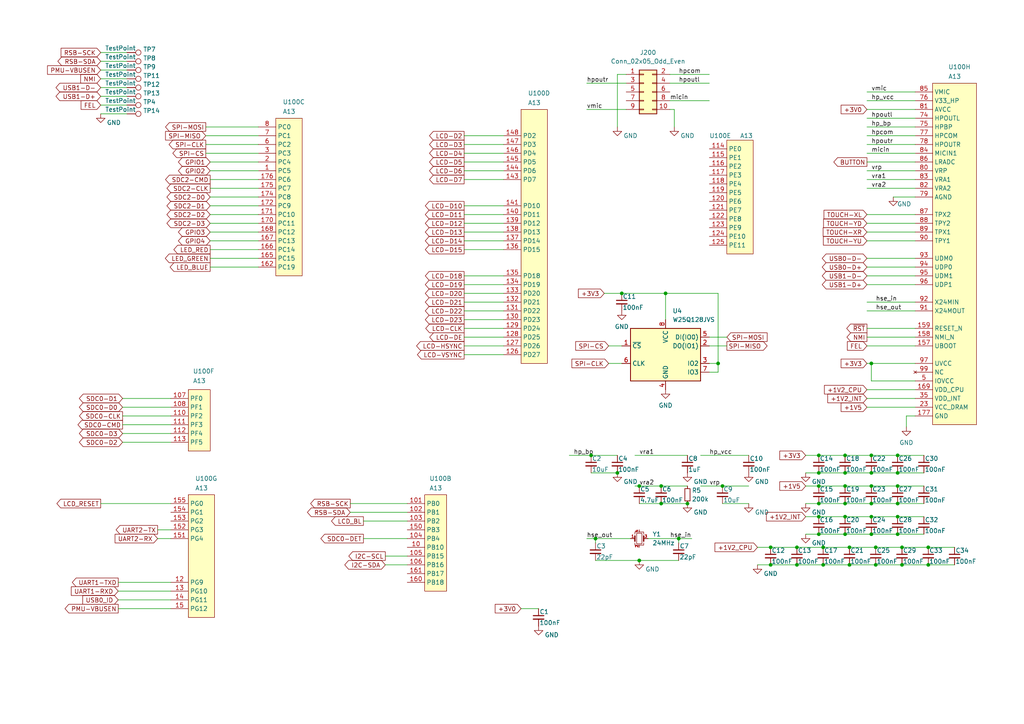
<source format=kicad_sch>
(kicad_sch (version 20250114) (generator "eeschema") (generator_version "9.0")
  (paper "A4")
  (junction (at 237.49 132.08) (diameter 0.9144))
  (junction (at 252.73 154.94) (diameter 0.9144))
  (junction (at 260.35 140.97) (diameter 0.9144))
  (junction (at 245.11 149.86) (diameter 0.9144))
  (junction (at 254 158.75) (diameter 0.9144))
  (junction (at 237.49 146.05) (diameter 0.9144))
  (junction (at 252.73 146.05) (diameter 0.9144))
  (junction (at 252.73 140.97) (diameter 0.9144))
  (junction (at 245.11 154.94) (diameter 0.9144))
  (junction (at 237.49 137.16) (diameter 0.9144))
  (junction (at 223.52 158.75) (diameter 0.9144))
  (junction (at 260.35 146.05) (diameter 0.9144))
  (junction (at 245.11 146.05) (diameter 0.9144))
  (junction (at 245.11 132.08) (diameter 0.9144))
  (junction (at 254 163.83) (diameter 0.9144))
  (junction (at 185.42 162.56) (diameter 0.9144))
  (junction (at 172.72 156.21) (diameter 0.9144))
  (junction (at 231.14 158.75) (diameter 0.9144))
  (junction (at 260.35 137.16))
  (junction (at 245.11 140.97) (diameter 0.9144))
  (junction (at 238.76 163.83) (diameter 0.9144))
  (junction (at 196.85 156.21) (diameter 0.9144))
  (junction (at 179.07 137.16))
  (junction (at 261.62 158.75) (diameter 0.9144))
  (junction (at 237.49 149.86) (diameter 0.9144))
  (junction (at 193.04 85.09))
  (junction (at 237.49 154.94) (diameter 0.9144))
  (junction (at 246.38 158.75) (diameter 0.9144))
  (junction (at 185.42 140.97))
  (junction (at 191.77 140.97))
  (junction (at 191.77 146.05))
  (junction (at 246.38 163.83) (diameter 0.9144))
  (junction (at 260.35 149.86) (diameter 0.9144))
  (junction (at 269.24 163.83) (diameter 0.9144))
  (junction (at 209.55 140.97))
  (junction (at 237.49 140.97) (diameter 0.9144))
  (junction (at 199.39 146.05))
  (junction (at 252.73 149.86) (diameter 0.9144))
  (junction (at 252.73 132.08) (diameter 0.9144))
  (junction (at 238.76 158.75) (diameter 0.9144))
  (junction (at 208.28 105.41))
  (junction (at 245.11 137.16) (diameter 0.9144))
  (junction (at 252.73 105.41))
  (junction (at 171.45 132.08))
  (junction (at 223.52 163.83) (diameter 0.9144))
  (junction (at 260.35 154.94) (diameter 0.9144))
  (junction (at 252.73 137.16) (diameter 0.9144))
  (junction (at 180.34 85.09))
  (junction (at 261.62 163.83) (diameter 0.9144))
  (junction (at 260.35 132.08))
  (junction (at 269.24 158.75) (diameter 0.9144))
  (junction (at 231.14 163.83) (diameter 0.9144))
  (wire (pts (xy 59.69 44.45) (xy 74.93 44.45)))
  (wire (pts (xy 194.31 31.75) (xy 195.58 31.75)))
  (wire (pts (xy 172.72 156.21) (xy 182.88 156.21)))
  (wire (pts (xy 203.2 140.97) (xy 209.55 140.97)))
  (wire (pts (xy 60.96 62.23) (xy 74.93 62.23)))
  (wire (pts (xy 260.35 146.05) (xy 267.97 146.05)))
  (wire (pts (xy 245.11 137.16) (xy 252.73 137.16)))
  (wire (pts (xy 251.46 113.03) (xy 265.43 113.03)))
  (wire (pts (xy 251.46 118.11) (xy 265.43 118.11)))
  (wire (pts (xy 231.14 158.75) (xy 238.76 158.75)))
  (wire (pts (xy 219.71 163.83) (xy 223.52 163.83)))
  (wire (pts (xy 252.73 110.49) (xy 265.43 110.49)))
  (wire (pts (xy 29.21 20.32) (xy 36.83 20.32)))
  (wire (pts (xy 134.62 87.63) (xy 146.05 87.63)))
  (wire (pts (xy 60.96 74.93) (xy 74.93 74.93)))
  (wire (pts (xy 208.28 85.09) (xy 193.04 85.09)))
  (wire (pts (xy 29.21 22.86) (xy 36.83 22.86)))
  (wire (pts (xy 165.1 132.08) (xy 171.45 132.08)))
  (wire (pts (xy 252.73 146.05) (xy 260.35 146.05)))
  (wire (pts (xy 251.46 87.63) (xy 265.43 87.63)))
  (wire (pts (xy 193.04 92.71) (xy 193.04 85.09)))
  (wire (pts (xy 134.62 72.39) (xy 146.05 72.39)))
  (wire (pts (xy 254 158.75) (xy 261.62 158.75)))
  (wire (pts (xy 172.72 162.56) (xy 185.42 162.56)))
  (wire (pts (xy 111.76 161.29) (xy 118.11 161.29)))
  (wire (pts (xy 187.96 156.21) (xy 196.85 156.21)))
  (wire (pts (xy 194.31 21.59) (xy 205.74 21.59)))
  (wire (pts (xy 134.62 62.23) (xy 146.05 62.23)))
  (wire (pts (xy 45.72 153.67) (xy 49.53 153.67)))
  (wire (pts (xy 60.96 67.31) (xy 74.93 67.31)))
  (wire (pts (xy 246.38 163.83) (xy 254 163.83)))
  (wire (pts (xy 237.49 132.08) (xy 245.11 132.08)))
  (wire (pts (xy 185.42 146.05) (xy 191.77 146.05)))
  (wire (pts (xy 251.46 26.67) (xy 265.43 26.67)))
  (wire (pts (xy 134.62 49.53) (xy 146.05 49.53)))
  (wire (pts (xy 60.96 57.15) (xy 74.93 57.15)))
  (wire (pts (xy 134.62 67.31) (xy 146.05 67.31)))
  (wire (pts (xy 252.73 132.08) (xy 260.35 132.08)))
  (wire (pts (xy 262.89 120.65) (xy 265.43 120.65)))
  (wire (pts (xy 251.46 62.23) (xy 265.43 62.23)))
  (wire (pts (xy 195.58 31.75) (xy 195.58 36.83)))
  (wire (pts (xy 251.46 105.41) (xy 252.73 105.41)))
  (wire (pts (xy 29.21 25.4) (xy 36.83 25.4)))
  (wire (pts (xy 134.62 69.85) (xy 146.05 69.85)))
  (wire (pts (xy 134.62 46.99) (xy 146.05 46.99)))
  (wire (pts (xy 260.35 140.97) (xy 267.97 140.97)))
  (wire (pts (xy 101.6 146.05) (xy 118.11 146.05)))
  (wire (pts (xy 245.11 140.97) (xy 252.73 140.97)))
  (wire (pts (xy 260.35 137.16) (xy 267.97 137.16)))
  (wire (pts (xy 60.96 54.61) (xy 74.93 54.61)))
  (wire (pts (xy 251.46 74.93) (xy 265.43 74.93)))
  (wire (pts (xy 246.38 158.75) (xy 254 158.75)))
  (wire (pts (xy 219.71 158.75) (xy 223.52 158.75)))
  (wire (pts (xy 223.52 163.83) (xy 231.14 163.83)))
  (wire (pts (xy 251.46 82.55) (xy 265.43 82.55)))
  (wire (pts (xy 184.15 140.97) (xy 185.42 140.97)))
  (wire (pts (xy 60.96 72.39) (xy 74.93 72.39)))
  (wire (pts (xy 245.11 132.08) (xy 252.73 132.08)))
  (wire (pts (xy 134.62 85.09) (xy 146.05 85.09)))
  (wire (pts (xy 245.11 154.94) (xy 252.73 154.94)))
  (wire (pts (xy 259.08 57.15) (xy 265.43 57.15)))
  (wire (pts (xy 101.6 148.59) (xy 118.11 148.59)))
  (wire (pts (xy 261.62 163.83) (xy 269.24 163.83)))
  (wire (pts (xy 134.62 82.55) (xy 146.05 82.55)))
  (wire (pts (xy 251.46 100.33) (xy 265.43 100.33)))
  (wire (pts (xy 254 163.83) (xy 261.62 163.83)))
  (wire (pts (xy 205.74 105.41) (xy 208.28 105.41)))
  (wire (pts (xy 35.56 115.57) (xy 49.53 115.57)))
  (wire (pts (xy 60.96 64.77) (xy 74.93 64.77)))
  (wire (pts (xy 251.46 64.77) (xy 265.43 64.77)))
  (wire (pts (xy 185.42 140.97) (xy 191.77 140.97)))
  (wire (pts (xy 251.46 34.29) (xy 265.43 34.29)))
  (wire (pts (xy 251.46 67.31) (xy 265.43 67.31)))
  (wire (pts (xy 111.76 163.83) (xy 118.11 163.83)))
  (wire (pts (xy 60.96 69.85) (xy 74.93 69.85)))
  (wire (pts (xy 134.62 92.71) (xy 146.05 92.71)))
  (wire (pts (xy 59.69 41.91) (xy 74.93 41.91)))
  (wire (pts (xy 251.46 39.37) (xy 265.43 39.37)))
  (wire (pts (xy 245.11 149.86) (xy 252.73 149.86)))
  (wire (pts (xy 209.55 146.05) (xy 217.17 146.05)))
  (wire (pts (xy 251.46 115.57) (xy 265.43 115.57)))
  (wire (pts (xy 252.73 149.86) (xy 260.35 149.86)))
  (wire (pts (xy 35.56 120.65) (xy 49.53 120.65)))
  (wire (pts (xy 237.49 146.05) (xy 245.11 146.05)))
  (wire (pts (xy 29.21 30.48) (xy 36.83 30.48)))
  (wire (pts (xy 238.76 163.83) (xy 246.38 163.83)))
  (wire (pts (xy 251.46 29.21) (xy 265.43 29.21)))
  (wire (pts (xy 208.28 105.41) (xy 208.28 85.09)))
  (wire (pts (xy 251.46 36.83) (xy 265.43 36.83)))
  (wire (pts (xy 269.24 163.83) (xy 276.86 163.83)))
  (wire (pts (xy 233.68 137.16) (xy 237.49 137.16)))
  (wire (pts (xy 105.41 156.21) (xy 118.11 156.21)))
  (wire (pts (xy 171.45 137.16) (xy 179.07 137.16)))
  (wire (pts (xy 233.68 132.08) (xy 237.49 132.08)))
  (wire (pts (xy 60.96 46.99) (xy 74.93 46.99)))
  (wire (pts (xy 251.46 41.91) (xy 265.43 41.91)))
  (wire (pts (xy 29.21 15.24) (xy 36.83 15.24)))
  (wire (pts (xy 60.96 52.07) (xy 74.93 52.07)))
  (wire (pts (xy 34.29 173.99) (xy 49.53 173.99)))
  (wire (pts (xy 237.49 137.16) (xy 245.11 137.16)))
  (wire (pts (xy 194.31 29.21) (xy 205.74 29.21)))
  (wire (pts (xy 251.46 90.17) (xy 265.43 90.17)))
  (wire (pts (xy 251.46 69.85) (xy 265.43 69.85)))
  (wire (pts (xy 251.46 97.79) (xy 265.43 97.79)))
  (wire (pts (xy 261.62 158.75) (xy 269.24 158.75)))
  (wire (pts (xy 45.72 156.21) (xy 49.53 156.21)))
  (wire (pts (xy 29.21 33.02) (xy 36.83 33.02)))
  (wire (pts (xy 251.46 46.99) (xy 265.43 46.99)))
  (wire (pts (xy 237.49 149.86) (xy 245.11 149.86)))
  (wire (pts (xy 251.46 52.07) (xy 265.43 52.07)))
  (wire (pts (xy 170.18 31.75) (xy 181.61 31.75)))
  (wire (pts (xy 196.85 156.21) (xy 200.66 156.21)))
  (wire (pts (xy 60.96 49.53) (xy 74.93 49.53)))
  (wire (pts (xy 105.41 151.13) (xy 118.11 151.13)))
  (wire (pts (xy 29.21 27.94) (xy 36.83 27.94)))
  (wire (pts (xy 191.77 146.05) (xy 199.39 146.05)))
  (wire (pts (xy 260.35 149.86) (xy 267.97 149.86)))
  (wire (pts (xy 175.26 85.09) (xy 180.34 85.09)))
  (wire (pts (xy 237.49 140.97) (xy 245.11 140.97)))
  (wire (pts (xy 251.46 95.25) (xy 265.43 95.25)))
  (wire (pts (xy 180.34 85.09) (xy 193.04 85.09)))
  (wire (pts (xy 237.49 154.94) (xy 245.11 154.94)))
  (wire (pts (xy 134.62 64.77) (xy 146.05 64.77)))
  (wire (pts (xy 269.24 158.75) (xy 276.86 158.75)))
  (wire (pts (xy 170.18 156.21) (xy 172.72 156.21)))
  (wire (pts (xy 251.46 54.61) (xy 265.43 54.61)))
  (wire (pts (xy 179.07 21.59) (xy 179.07 36.83)))
  (wire (pts (xy 134.62 44.45) (xy 146.05 44.45)))
  (wire (pts (xy 194.31 24.13) (xy 205.74 24.13)))
  (wire (pts (xy 171.45 132.08) (xy 179.07 132.08)))
  (wire (pts (xy 251.46 80.01) (xy 265.43 80.01)))
  (wire (pts (xy 176.53 105.41) (xy 180.34 105.41)))
  (wire (pts (xy 60.96 77.47) (xy 74.93 77.47)))
  (wire (pts (xy 251.46 31.75) (xy 265.43 31.75)))
  (wire (pts (xy 134.62 52.07) (xy 146.05 52.07)))
  (wire (pts (xy 191.77 140.97) (xy 199.39 140.97)))
  (wire (pts (xy 196.85 157.48) (xy 196.85 156.21)))
  (wire (pts (xy 205.74 100.33) (xy 210.82 100.33)))
  (wire (pts (xy 205.74 97.79) (xy 210.82 97.79)))
  (wire (pts (xy 252.73 105.41) (xy 252.73 110.49)))
  (wire (pts (xy 134.62 39.37) (xy 146.05 39.37)))
  (wire (pts (xy 59.69 36.83) (xy 74.93 36.83)))
  (wire (pts (xy 252.73 137.16) (xy 260.35 137.16)))
  (wire (pts (xy 34.29 171.45) (xy 49.53 171.45)))
  (wire (pts (xy 176.53 100.33) (xy 180.34 100.33)))
  (wire (pts (xy 134.62 97.79) (xy 146.05 97.79)))
  (wire (pts (xy 172.72 156.21) (xy 172.72 157.48)))
  (wire (pts (xy 251.46 77.47) (xy 265.43 77.47)))
  (wire (pts (xy 35.56 123.19) (xy 49.53 123.19)))
  (wire (pts (xy 252.73 140.97) (xy 260.35 140.97)))
  (wire (pts (xy 184.15 132.08) (xy 199.39 132.08)))
  (wire (pts (xy 260.35 154.94) (xy 267.97 154.94)))
  (wire (pts (xy 252.73 154.94) (xy 260.35 154.94)))
  (wire (pts (xy 134.62 102.87) (xy 146.05 102.87)))
  (wire (pts (xy 134.62 90.17) (xy 146.05 90.17)))
  (wire (pts (xy 185.42 162.56) (xy 196.85 162.56)))
  (wire (pts (xy 203.2 132.08) (xy 217.17 132.08)))
  (wire (pts (xy 35.56 125.73) (xy 49.53 125.73)))
  (wire (pts (xy 181.61 21.59) (xy 179.07 21.59)))
  (wire (pts (xy 170.18 24.13) (xy 181.61 24.13)))
  (wire (pts (xy 233.68 154.94) (xy 237.49 154.94)))
  (wire (pts (xy 134.62 80.01) (xy 146.05 80.01)))
  (wire (pts (xy 60.96 59.69) (xy 74.93 59.69)))
  (wire (pts (xy 151.13 176.53) (xy 156.21 176.53)))
  (wire (pts (xy 35.56 128.27) (xy 49.53 128.27)))
  (wire (pts (xy 245.11 146.05) (xy 252.73 146.05)))
  (wire (pts (xy 29.21 17.78) (xy 36.83 17.78)))
  (wire (pts (xy 34.29 176.53) (xy 49.53 176.53)))
  (wire (pts (xy 251.46 49.53) (xy 265.43 49.53)))
  (wire (pts (xy 134.62 59.69) (xy 146.05 59.69)))
  (wire (pts (xy 205.74 107.95) (xy 208.28 107.95)))
  (wire (pts (xy 252.73 105.41) (xy 265.43 105.41)))
  (wire (pts (xy 233.68 149.86) (xy 237.49 149.86)))
  (wire (pts (xy 260.35 132.08) (xy 267.97 132.08)))
  (wire (pts (xy 134.62 100.33) (xy 146.05 100.33)))
  (wire (pts (xy 251.46 44.45) (xy 265.43 44.45)))
  (wire (pts (xy 262.89 120.65) (xy 262.89 123.825)))
  (wire (pts (xy 35.56 118.11) (xy 49.53 118.11)))
  (wire (pts (xy 134.62 95.25) (xy 146.05 95.25)))
  (wire (pts (xy 59.69 39.37) (xy 74.93 39.37)))
  (wire (pts (xy 233.68 140.97) (xy 237.49 140.97)))
  (wire (pts (xy 231.14 163.83) (xy 238.76 163.83)))
  (wire (pts (xy 29.21 146.05) (xy 49.53 146.05)))
  (wire (pts (xy 209.55 140.97) (xy 217.17 140.97)))
  (wire (pts (xy 233.68 146.05) (xy 237.49 146.05)))
  (wire (pts (xy 238.76 158.75) (xy 246.38 158.75)))
  (wire (pts (xy 208.28 107.95) (xy 208.28 105.41)))
  (wire (pts (xy 134.62 41.91) (xy 146.05 41.91)))
  (wire (pts (xy 223.52 158.75) (xy 231.14 158.75)))
  (wire (pts (xy 34.29 168.91) (xy 49.53 168.91)))
  (label "vra1" (at 252.73 52.07 0))
  (label "vrp" (at 252.73 49.53 0))
  (label "hp_vcc" (at 205.74 132.08 0))
  (label "hse_in" (at 194.31 156.21 0))
  (label "hse_in" (at 254 87.63 0))
  (label "micin" (at 194.31 29.21 0))
  (label "hpoutl" (at 196.85 24.13 0))
  (label "vmic" (at 170.18 31.75 0))
  (label "hpoutr" (at 170.18 24.13 0))
  (label "hp_bp" (at 166.37 132.08 0))
  (label "hp_vcc" (at 252.73 29.21 0))
  (label "hse_out" (at 170.18 156.21 0))
  (label "hpoutr" (at 252.73 41.91 0))
  (label "hse_out" (at 254 90.17 0))
  (label "hpoutl" (at 252.73 34.29 0))
  (label "vra1" (at 185.42 132.08 0))
  (label "vra2" (at 185.42 140.97 0))
  (label "vra2" (at 252.73 54.61 0))
  (label "hp_bp" (at 252.73 36.83 0))
  (label "hpcom" (at 252.73 39.37 0))
  (label "hpcom" (at 196.85 21.59 0))
  (label "vrp" (at 205.74 140.97 0))
  (label "vmic" (at 252.73 26.67 0))
  (label "micin" (at 252.73 44.45 0))
  (global_label "LCD-D18" (shape output) (at 134.62 80.01 180) (property "Intersheetrefs" "${INTERSHEET_REFS}" (effects (hide yes))))
  (global_label "+3V3" (shape input) (at 233.68 132.08 180) (property "Intersheetrefs" "${INTERSHEET_REFS}" (effects (hide yes))))
  (global_label "SDC2-CLK" (shape output) (at 60.96 54.61 180) (property "Intersheetrefs" "${INTERSHEET_REFS}" (effects (hide yes))))
  (global_label "LCD-D11" (shape output) (at 134.62 62.23 180) (property "Intersheetrefs" "${INTERSHEET_REFS}" (effects (hide yes))))
  (global_label "SPI-CS" (shape input) (at 176.53 100.33 180) (property "Intersheetrefs" "${INTERSHEET_REFS}" (effects (hide yes))))
  (global_label "UART1-RXD" (shape input) (at 34.29 171.45 180) (property "Intersheetrefs" "${INTERSHEET_REFS}" (effects (hide yes))))
  (global_label "USB0-D-" (shape bidirectional) (at 251.46 74.93 180) (property "Intersheetrefs" "${INTERSHEET_REFS}" (effects (hide yes))))
  (global_label "LCD-D15" (shape output) (at 134.62 72.39 180) (property "Intersheetrefs" "${INTERSHEET_REFS}" (effects (hide yes))))
  (global_label "LCD-D19" (shape output) (at 134.62 82.55 180) (property "Intersheetrefs" "${INTERSHEET_REFS}" (effects (hide yes))))
  (global_label "SDC0-D1" (shape bidirectional) (at 35.56 115.57 180) (property "Intersheetrefs" "${INTERSHEET_REFS}" (effects (hide yes))))
  (global_label "LCD-D13" (shape output) (at 134.62 67.31 180) (property "Intersheetrefs" "${INTERSHEET_REFS}" (effects (hide yes))))
  (global_label "LCD-DE" (shape output) (at 134.62 97.79 180) (property "Intersheetrefs" "${INTERSHEET_REFS}" (effects (hide yes))))
  (global_label "SDC2-D1" (shape bidirectional) (at 60.96 59.69 180) (property "Intersheetrefs" "${INTERSHEET_REFS}" (effects (hide yes))))
  (global_label "USB1-D-" (shape bidirectional) (at 251.46 80.01 180) (property "Intersheetrefs" "${INTERSHEET_REFS}" (effects (hide yes))))
  (global_label "LED_GREEN" (shape output) (at 60.96 74.93 180) (property "Intersheetrefs" "${INTERSHEET_REFS}" (effects (hide yes))))
  (global_label "LCD-CLK" (shape output) (at 134.62 95.25 180) (property "Intersheetrefs" "${INTERSHEET_REFS}" (effects (hide yes))))
  (global_label "+3V3" (shape input) (at 175.26 85.09 180) (property "Intersheetrefs" "${INTERSHEET_REFS}" (effects (hide yes))))
  (global_label "PMU-VBUSEN" (shape output) (at 34.29 176.53 180) (property "Intersheetrefs" "${INTERSHEET_REFS}" (effects (hide yes))))
  (global_label "+3V0" (shape input) (at 151.13 176.53 180) (property "Intersheetrefs" "${INTERSHEET_REFS}" (effects (hide yes))))
  (global_label "USB1-D+" (shape bidirectional) (at 251.46 82.55 180) (property "Intersheetrefs" "${INTERSHEET_REFS}" (effects (hide yes))))
  (global_label "LCD-D10" (shape output) (at 134.62 59.69 180) (property "Intersheetrefs" "${INTERSHEET_REFS}" (effects (hide yes))))
  (global_label "LCD-D12" (shape output) (at 134.62 64.77 180) (property "Intersheetrefs" "${INTERSHEET_REFS}" (effects (hide yes))))
  (global_label "SPI-CLK" (shape output) (at 59.69 41.91 180) (property "Intersheetrefs" "${INTERSHEET_REFS}" (effects (hide yes))))
  (global_label "TOUCH-XL" (shape input) (at 251.46 62.23 180) (property "Intersheetrefs" "${INTERSHEET_REFS}" (effects (hide yes))))
  (global_label "SDC0-CMD" (shape output) (at 35.56 123.19 180) (property "Intersheetrefs" "${INTERSHEET_REFS}" (effects (hide yes))))
  (global_label "+1V2_CPU" (shape input) (at 251.46 113.03 180) (property "Intersheetrefs" "${INTERSHEET_REFS}" (effects (hide yes))))
  (global_label "SDC0-D3" (shape bidirectional) (at 35.56 125.73 180) (property "Intersheetrefs" "${INTERSHEET_REFS}" (effects (hide yes))))
  (global_label "NMI" (shape input) (at 29.21 22.86 180) (property "Intersheetrefs" "${INTERSHEET_REFS}" (effects (hide yes))))
  (global_label "+1V5" (shape input) (at 251.46 118.11 180) (property "Intersheetrefs" "${INTERSHEET_REFS}" (effects (hide yes))))
  (global_label "LED_RED" (shape output) (at 60.96 72.39 180) (property "Intersheetrefs" "${INTERSHEET_REFS}" (effects (hide yes))))
  (global_label "LCD-D14" (shape output) (at 134.62 69.85 180) (property "Intersheetrefs" "${INTERSHEET_REFS}" (effects (hide yes))))
  (global_label "UART2-TX" (shape output) (at 45.72 153.67 180) (property "Intersheetrefs" "${INTERSHEET_REFS}" (effects (hide yes))))
  (global_label "TOUCH-YD" (shape input) (at 251.46 64.77 180) (property "Intersheetrefs" "${INTERSHEET_REFS}" (effects (hide yes))))
  (global_label "SDC2-D3" (shape bidirectional) (at 60.96 64.77 180) (property "Intersheetrefs" "${INTERSHEET_REFS}" (effects (hide yes))))
  (global_label "SPI-MOSI" (shape output) (at 59.69 36.83 180) (property "Intersheetrefs" "${INTERSHEET_REFS}" (effects (hide yes))))
  (global_label "LCD-D2" (shape output) (at 134.62 39.37 180) (property "Intersheetrefs" "${INTERSHEET_REFS}" (effects (hide yes))))
  (global_label "LCD_RESET" (shape output) (at 29.21 146.05 180) (property "Intersheetrefs" "${INTERSHEET_REFS}" (effects (hide yes))))
  (global_label "LCD-D22" (shape output) (at 134.62 90.17 180) (property "Intersheetrefs" "${INTERSHEET_REFS}" (effects (hide yes))))
  (global_label "~{RST}" (shape output) (at 251.46 95.25 180) (property "Intersheetrefs" "${INTERSHEET_REFS}" (effects (hide yes))))
  (global_label "LCD_BL" (shape output) (at 105.41 151.13 180) (property "Intersheetrefs" "${INTERSHEET_REFS}" (effects (hide yes))))
  (global_label "+1V2_INT" (shape input) (at 233.68 149.86 180) (property "Intersheetrefs" "${INTERSHEET_REFS}" (effects (hide yes))))
  (global_label "GPIO3" (shape bidirectional) (at 60.96 67.31 180) (property "Intersheetrefs" "${INTERSHEET_REFS}" (effects (hide yes))))
  (global_label "I2C-SCL" (shape output) (at 111.76 161.29 180) (property "Intersheetrefs" "${INTERSHEET_REFS}" (effects (hide yes))))
  (global_label "FEL" (shape input) (at 251.46 100.33 180) (property "Intersheetrefs" "${INTERSHEET_REFS}" (effects (hide yes))))
  (global_label "LCD-D3" (shape output) (at 134.62 41.91 180) (property "Intersheetrefs" "${INTERSHEET_REFS}" (effects (hide yes))))
  (global_label "LCD-D7" (shape output) (at 134.62 52.07 180) (property "Intersheetrefs" "${INTERSHEET_REFS}" (effects (hide yes))))
  (global_label "LCD-D23" (shape output) (at 134.62 92.71 180) (property "Intersheetrefs" "${INTERSHEET_REFS}" (effects (hide yes))))
  (global_label "SPI-MOSI" (shape input) (at 210.82 97.79 0) (property "Intersheetrefs" "${INTERSHEET_REFS}" (effects (hide yes))))
  (global_label "LCD-D5" (shape output) (at 134.62 46.99 180) (property "Intersheetrefs" "${INTERSHEET_REFS}" (effects (hide yes))))
  (global_label "SPI-CLK" (shape input) (at 176.53 105.41 180) (property "Intersheetrefs" "${INTERSHEET_REFS}" (effects (hide yes))))
  (global_label "UART2-RX" (shape input) (at 45.72 156.21 180) (property "Intersheetrefs" "${INTERSHEET_REFS}" (effects (hide yes))))
  (global_label "SDC2-D0" (shape bidirectional) (at 60.96 57.15 180) (property "Intersheetrefs" "${INTERSHEET_REFS}" (effects (hide yes))))
  (global_label "SDC0-DET" (shape output) (at 105.41 156.21 180) (property "Intersheetrefs" "${INTERSHEET_REFS}" (effects (hide yes))))
  (global_label "FEL" (shape input) (at 29.21 30.48 180) (property "Intersheetrefs" "${INTERSHEET_REFS}" (effects (hide yes))))
  (global_label "RSB-SCK" (shape output) (at 101.6 146.05 180) (property "Intersheetrefs" "${INTERSHEET_REFS}" (effects (hide yes))))
  (global_label "SPI-MISO" (shape input) (at 59.69 39.37 180) (property "Intersheetrefs" "${INTERSHEET_REFS}" (effects (hide yes))))
  (global_label "USB0-D+" (shape bidirectional) (at 251.46 77.47 180) (property "Intersheetrefs" "${INTERSHEET_REFS}" (effects (hide yes))))
  (global_label "UART1-TXD" (shape output) (at 34.29 168.91 180) (property "Intersheetrefs" "${INTERSHEET_REFS}" (effects (hide yes))))
  (global_label "SPI-MISO" (shape output) (at 210.82 100.33 0) (property "Intersheetrefs" "${INTERSHEET_REFS}" (effects (hide yes))))
  (global_label "LCD-D6" (shape output) (at 134.62 49.53 180) (property "Intersheetrefs" "${INTERSHEET_REFS}" (effects (hide yes))))
  (global_label "LCD-D4" (shape output) (at 134.62 44.45 180) (property "Intersheetrefs" "${INTERSHEET_REFS}" (effects (hide yes))))
  (global_label "PMU-VBUSEN" (shape input) (at 29.21 20.32 180) (property "Intersheetrefs" "${INTERSHEET_REFS}" (effects (hide yes))))
  (global_label "LCD-D20" (shape output) (at 134.62 85.09 180) (property "Intersheetrefs" "${INTERSHEET_REFS}" (effects (hide yes))))
  (global_label "TOUCH-XR" (shape input) (at 251.46 67.31 180) (property "Intersheetrefs" "${INTERSHEET_REFS}" (effects (hide yes))))
  (global_label "GPIO1" (shape bidirectional) (at 60.96 46.99 180) (property "Intersheetrefs" "${INTERSHEET_REFS}" (effects (hide yes))))
  (global_label "BUTTON" (shape output) (at 251.46 46.99 180) (property "Intersheetrefs" "${INTERSHEET_REFS}" (effects (hide yes))))
  (global_label "SDC2-CMD" (shape output) (at 60.96 52.07 180) (property "Intersheetrefs" "${INTERSHEET_REFS}" (effects (hide yes))))
  (global_label "+3V0" (shape input) (at 251.46 31.75 180) (property "Intersheetrefs" "${INTERSHEET_REFS}" (effects (hide yes))))
  (global_label "+1V2_INT" (shape input) (at 251.46 115.57 180) (property "Intersheetrefs" "${INTERSHEET_REFS}" (effects (hide yes))))
  (global_label "SDC0-D2" (shape bidirectional) (at 35.56 128.27 180) (property "Intersheetrefs" "${INTERSHEET_REFS}" (effects (hide yes))))
  (global_label "USB1-D+" (shape bidirectional) (at 29.21 27.94 180) (property "Intersheetrefs" "${INTERSHEET_REFS}" (effects (hide yes))))
  (global_label "LCD-VSYNC" (shape output) (at 134.62 102.87 180) (property "Intersheetrefs" "${INTERSHEET_REFS}" (effects (hide yes))))
  (global_label "GPIO2" (shape bidirectional) (at 60.96 49.53 180) (property "Intersheetrefs" "${INTERSHEET_REFS}" (effects (hide yes))))
  (global_label "LCD-HSYNC" (shape output) (at 134.62 100.33 180) (property "Intersheetrefs" "${INTERSHEET_REFS}" (effects (hide yes))))
  (global_label "USB0_ID" (shape input) (at 34.29 173.99 180) (property "Intersheetrefs" "${INTERSHEET_REFS}" (effects (hide yes))))
  (global_label "SDC0-D0" (shape bidirectional) (at 35.56 118.11 180) (property "Intersheetrefs" "${INTERSHEET_REFS}" (effects (hide yes))))
  (global_label "SDC0-CLK" (shape output) (at 35.56 120.65 180) (property "Intersheetrefs" "${INTERSHEET_REFS}" (effects (hide yes))))
  (global_label "RSB-SDA" (shape bidirectional) (at 101.6 148.59 180) (property "Intersheetrefs" "${INTERSHEET_REFS}" (effects (hide yes))))
  (global_label "LED_BLUE" (shape output) (at 60.96 77.47 180) (property "Intersheetrefs" "${INTERSHEET_REFS}" (effects (hide yes))))
  (global_label "LCD-D21" (shape output) (at 134.62 87.63 180) (property "Intersheetrefs" "${INTERSHEET_REFS}" (effects (hide yes))))
  (global_label "RSB-SCK" (shape input) (at 29.21 15.24 180) (property "Intersheetrefs" "${INTERSHEET_REFS}" (effects (hide yes))))
  (global_label "USB1-D-" (shape bidirectional) (at 29.21 25.4 180) (property "Intersheetrefs" "${INTERSHEET_REFS}" (effects (hide yes))))
  (global_label "+3V3" (shape input) (at 251.46 105.41 180) (property "Intersheetrefs" "${INTERSHEET_REFS}" (effects (hide yes))))
  (global_label "SPI-CS" (shape output) (at 59.69 44.45 180) (property "Intersheetrefs" "${INTERSHEET_REFS}" (effects (hide yes))))
  (global_label "TOUCH-YU" (shape input) (at 251.46 69.85 180) (property "Intersheetrefs" "${INTERSHEET_REFS}" (effects (hide yes))))
  (global_label "I2C-SDA" (shape bidirectional) (at 111.76 163.83 180) (property "Intersheetrefs" "${INTERSHEET_REFS}" (effects (hide yes))))
  (global_label "+1V2_CPU" (shape input) (at 219.71 158.75 180) (property "Intersheetrefs" "${INTERSHEET_REFS}" (effects (hide yes))))
  (global_label "RSB-SDA" (shape bidirectional) (at 29.21 17.78 180) (property "Intersheetrefs" "${INTERSHEET_REFS}" (effects (hide yes))))
  (global_label "SDC2-D2" (shape bidirectional) (at 60.96 62.23 180) (property "Intersheetrefs" "${INTERSHEET_REFS}" (effects (hide yes))))
  (global_label "NMI" (shape output) (at 251.46 97.79 180) (property "Intersheetrefs" "${INTERSHEET_REFS}" (effects (hide yes))))
  (global_label "GPIO4" (shape bidirectional) (at 60.96 69.85 180) (property "Intersheetrefs" "${INTERSHEET_REFS}" (effects (hide yes))))
  (global_label "+1V5" (shape input) (at 233.68 140.97 180) (property "Intersheetrefs" "${INTERSHEET_REFS}" (effects (hide yes))))
  (symbol (lib_id "power:GND") (at 195.58 36.83 0) (unit 1)
    (property "Reference" "#PWR0169" (effects (hide yes)))
    (property "Value" "GND" (at 199.39 39.37 0))
  )
  (symbol (lib_id "power:GND") (at 259.08 57.15 0) (unit 1)
    (property "Reference" "#PWR0117" (effects (hide yes)))
    (property "Value" "GND" (at 262.255 59.1726 0))
  )
  (symbol (lib_id "Device:C_Small") (at 180.34 87.63 0) (unit 1)
    (property "Reference" "C11" (at 180.6151 86.0034 0) (effects (justify left)))
    (property "Value" "100nF" (at 180.5666 89.1895 0) (effects (justify left)))
    (property "Footprint" "Capacitor_SMD:C_0402_1005Metric" (effects (hide yes)))
  )
  (symbol (lib_id "Connector:TestPoint") (at 36.83 27.94 270) (unit 1)
    (property "Reference" "TP13" (at 41.5291 27.0315 90) (effects (justify left)))
    (property "Value" "TestPoint" (at 30.48 26.67 90) (effects (justify left)))
    (property "Footprint" "TestPoint:TestPoint_Pad_D1.0mm" (effects (hide yes)))
  )
  (symbol (lib_id "Device:C_Small") (at 246.38 161.29 0) (unit 1)
    (property "Reference" "C21" (at 246.6551 159.6634 0) (effects (justify left)))
    (property "Value" "100nF" (at 246.6066 162.8495 0) (effects (justify left)))
    (property "Footprint" "Capacitor_SMD:C_0402_1005Metric" (effects (hide yes)))
  )
  (symbol (lib_id "power:GND") (at 233.68 137.16 0) (unit 1)
    (property "Reference" "#PWR0113" (effects (hide yes)))
    (property "Value" "GND" (at 237.49 139.7 0))
  )
  (symbol (lib_id "Device:C_Small") (at 245.11 152.4 0) (unit 1)
    (property "Reference" "C20" (at 245.3851 150.7734 0) (effects (justify left)))
    (property "Value" "100nF" (at 245.3366 153.9595 0) (effects (justify left)))
    (property "Footprint" "Capacitor_SMD:C_0402_1005Metric" (effects (hide yes)))
  )
  (symbol (lib_id "Device:C_Small") (at 261.62 161.29 0) (unit 1)
    (property "Reference" "C29" (at 261.8951 159.6634 0) (effects (justify left)))
    (property "Value" "100nF" (at 261.8466 162.8495 0) (effects (justify left)))
    (property "Footprint" "Capacitor_SMD:C_0402_1005Metric" (effects (hide yes)))
  )
  (symbol (lib_id "Device:C_Small") (at 237.49 152.4 0) (unit 1)
    (property "Reference" "C16" (at 237.7651 150.7734 0) (effects (justify left)))
    (property "Value" "100nF" (at 237.7166 153.9595 0) (effects (justify left)))
    (property "Footprint" "Capacitor_SMD:C_0402_1005Metric" (effects (hide yes)))
  )
  (symbol (lib_id "Device:C_Small") (at 254 161.29 0) (unit 1)
    (property "Reference" "C25" (at 254.2751 159.6634 0) (effects (justify left)))
    (property "Value" "100nF" (at 254.2266 162.8495 0) (effects (justify left)))
    (property "Footprint" "Capacitor_SMD:C_0402_1005Metric" (effects (hide yes)))
  )
  (symbol (lib_id "power:GND") (at 179.07 36.83 0) (unit 1)
    (property "Reference" "#PWR0170" (effects (hide yes)))
    (property "Value" "GND" (at 182.88 39.37 0))
  )
  (symbol (lib_id "power:GND") (at 233.68 154.94 0) (unit 1)
    (property "Reference" "#PWR0105" (effects (hide yes)))
    (property "Value" "GND" (at 237.49 157.48 0))
  )
  (symbol (lib_id "Device:C_Small") (at 252.73 143.51 0) (unit 1)
    (property "Reference" "C23" (at 253.0051 141.8834 0) (effects (justify left)))
    (property "Value" "100nF" (at 252.9566 145.0695 0) (effects (justify left)))
    (property "Footprint" "Capacitor_SMD:C_0402_1005Metric" (effects (hide yes)))
  )
  (symbol (lib_id "Device:C_Small") (at 231.14 161.29 0) (unit 1)
    (property "Reference" "C13" (at 231.4151 159.6634 0) (effects (justify left)))
    (property "Value" "100nF" (at 231.3666 162.8495 0) (effects (justify left)))
    (property "Footprint" "Capacitor_SMD:C_0402_1005Metric" (effects (hide yes)))
  )
  (symbol (lib_id "Device:C_Small") (at 196.85 160.02 0) (unit 1)
    (property "Reference" "C7" (at 197.1251 158.3934 0) (effects (justify left)))
    (property "Value" "22pF" (at 197.0766 161.5795 0) (effects (justify left)))
    (property "Footprint" "Capacitor_SMD:C_0402_1005Metric" (effects (hide yes)))
  )
  (symbol (lib_id "allwinner:A13") (at 127 144.78 0) (unit 2)
    (property "Reference" "U100" (at 124.5363 138.7915 0) (effects (justify left)))
    (property "Value" "A13" (at 124.5363 141.5666 0) (effects (justify left)))
    (property "Footprint" "allwinner:LQFP-176_20x20mm_P0.4mm" (effects (hide yes)))
  )
  (symbol (lib_id "Device:C_Small") (at 252.73 134.62 0) (unit 1)
    (property "Reference" "C22" (at 253.0051 132.9934 0) (effects (justify left)))
    (property "Value" "100nF" (at 252.9566 136.1795 0) (effects (justify left)))
    (property "Footprint" "Capacitor_SMD:C_0402_1005Metric" (effects (hide yes)))
  )
  (symbol (lib_id "allwinner:A13") (at 58.42 143.51 0) (unit 7)
    (property "Reference" "U100" (at 56.5913 138.7915 0) (effects (justify left)))
    (property "Value" "A13" (at 56.5913 141.5666 0) (effects (justify left)))
    (property "Footprint" "allwinner:LQFP-176_20x20mm_P0.4mm" (effects (hide yes)))
  )
  (symbol (lib_id "Device:C_Small") (at 223.52 161.29 0) (unit 1)
    (property "Reference" "C12" (at 223.7951 159.6634 0) (effects (justify left)))
    (property "Value" "100nF" (at 223.7466 162.8495 0) (effects (justify left)))
    (property "Footprint" "Capacitor_SMD:C_0402_1005Metric" (effects (hide yes)))
  )
  (symbol (lib_id "power:GND") (at 217.17 137.16 0) (unit 1)
    (property "Reference" "#PWR0110" (effects (hide yes)))
    (property "Value" "GND" (at 220.98 139.7 0))
  )
  (symbol (lib_id "Connector:TestPoint") (at 36.83 15.24 270) (unit 1)
    (property "Reference" "TP7" (at 41.5291 14.3315 90) (effects (justify left)))
    (property "Value" "TestPoint" (at 30.48 13.97 90) (effects (justify left)))
    (property "Footprint" "TestPoint:TestPoint_Pad_D1.0mm" (effects (hide yes)))
  )
  (symbol (lib_id "Device:C_Small") (at 267.97 152.4 0) (unit 1)
    (property "Reference" "C32" (at 268.2451 150.7734 0) (effects (justify left)))
    (property "Value" "100nF" (at 268.1966 153.9595 0) (effects (justify left)))
    (property "Footprint" "Capacitor_SMD:C_0402_1005Metric" (effects (hide yes)))
  )
  (symbol (lib_id "Device:C_Small") (at 260.35 143.51 0) (unit 1)
    (property "Reference" "C27" (at 260.6251 141.8834 0) (effects (justify left)))
    (property "Value" "100nF" (at 260.5766 145.0695 0) (effects (justify left)))
    (property "Footprint" "Capacitor_SMD:C_0402_1005Metric" (effects (hide yes)))
  )
  (symbol (lib_id "Device:C_Small") (at 276.86 161.29 0) (unit 1)
    (property "Reference" "C34" (at 277.1351 159.6634 0) (effects (justify left)))
    (property "Value" "100nF" (at 277.0866 162.8495 0) (effects (justify left)))
    (property "Footprint" "Capacitor_SMD:C_0402_1005Metric" (effects (hide yes)))
  )
  (symbol (lib_id "Connector:TestPoint") (at 36.83 20.32 270) (unit 1)
    (property "Reference" "TP9" (at 41.5291 19.4115 90) (effects (justify left)))
    (property "Value" "TestPoint" (at 30.48 19.05 90) (effects (justify left)))
    (property "Footprint" "TestPoint:TestPoint_Pad_D1.0mm" (effects (hide yes)))
  )
  (symbol (lib_id "Device:C_Small") (at 245.11 143.51 0) (unit 1)
    (property "Reference" "C19" (at 245.3851 141.8834 0) (effects (justify left)))
    (property "Value" "100nF" (at 245.3366 145.0695 0) (effects (justify left)))
    (property "Footprint" "Capacitor_SMD:C_0402_1005Metric" (effects (hide yes)))
  )
  (symbol (lib_id "Device:C_Small") (at 238.76 161.29 0) (unit 1)
    (property "Reference" "C17" (at 239.0351 159.6634 0) (effects (justify left)))
    (property "Value" "100nF" (at 238.9866 162.8495 0) (effects (justify left)))
    (property "Footprint" "Capacitor_SMD:C_0402_1005Metric" (effects (hide yes)))
  )
  (symbol (lib_id "allwinner:A13") (at 57.15 113.03 0) (unit 6)
    (property "Reference" "U100" (at 55.9563 107.6765 0) (effects (justify left)))
    (property "Value" "A13" (at 55.9563 110.4516 0) (effects (justify left)))
    (property "Footprint" "allwinner:LQFP-176_20x20mm_P0.4mm" (effects (hide yes)))
  )
  (symbol (lib_id "power:GND") (at 156.21 181.61 0) (unit 1)
    (property "Reference" "#PWR0115" (effects (hide yes)))
    (property "Value" "GND" (at 160.02 184.15 0))
  )
  (symbol (lib_id "power:GND") (at 262.89 123.825 0) (unit 1)
    (property "Reference" "#PWR0116" (effects (hide yes)))
    (property "Value" "GND" (at 262.89 128.3876 0))
  )
  (symbol (lib_id "Device:C_Small") (at 267.97 134.62 0) (unit 1)
    (property "Reference" "C30" (at 268.2451 132.9934 0) (effects (justify left)))
    (property "Value" "100nF" (at 268.1966 136.1795 0) (effects (justify left)))
    (property "Footprint" "Capacitor_SMD:C_0402_1005Metric" (effects (hide yes)))
  )
  (symbol (lib_id "Device:C_Small") (at 260.35 134.62 0) (unit 1)
    (property "Reference" "C26" (at 260.6251 132.9934 0) (effects (justify left)))
    (property "Value" "100nF" (at 260.5766 136.1795 0) (effects (justify left)))
    (property "Footprint" "Capacitor_SMD:C_0402_1005Metric" (effects (hide yes)))
  )
  (symbol (lib_id "Device:C_Small") (at 156.21 179.07 0) (unit 1)
    (property "Reference" "C1" (at 156.4851 177.4434 0) (effects (justify left)))
    (property "Value" "100nF" (at 156.4366 180.6295 0) (effects (justify left)))
    (property "Footprint" "Capacitor_SMD:C_0402_1005Metric" (effects (hide yes)))
  )
  (symbol (lib_id "Device:C_Small") (at 260.35 152.4 0) (unit 1)
    (property "Reference" "C28" (at 260.6251 150.7734 0) (effects (justify left)))
    (property "Value" "100nF" (at 260.5766 153.9595 0) (effects (justify left)))
    (property "Footprint" "Capacitor_SMD:C_0402_1005Metric" (effects (hide yes)))
  )
  (symbol (lib_id "Connector:TestPoint") (at 36.83 33.02 270) (unit 1)
    (property "Reference" "TP14" (at 41.5291 32.1115 90) (effects (justify left)))
    (property "Value" "TestPoint" (at 30.48 31.75 90) (effects (justify left)))
    (property "Footprint" "TestPoint:TestPoint_Pad_D1.0mm" (effects (hide yes)))
  )
  (symbol (lib_id "allwinner:A13") (at 214.63 40.64 0) (unit 5)
    (property "Reference" "U100" (at 205.74 39.37 0) (effects (justify left)))
    (property "Value" "A13" (at 214.63 39.37 0) (effects (justify left)))
    (property "Footprint" "allwinner:LQFP-176_20x20mm_P0.4mm" (effects (hide yes)))
  )
  (symbol (lib_id "power:GND") (at 180.34 90.17 0) (unit 1)
    (property "Reference" "#PWR0157" (effects (hide yes)))
    (property "Value" "GND" (at 180.34 94.7326 0))
  )
  (symbol (lib_id "Device:C_Small") (at 237.49 134.62 0) (unit 1)
    (property "Reference" "C14" (at 237.7651 132.9934 0) (effects (justify left)))
    (property "Value" "100nF" (at 237.7166 136.1795 0) (effects (justify left)))
    (property "Footprint" "Capacitor_SMD:C_0402_1005Metric" (effects (hide yes)))
  )
  (symbol (lib_id "Connector:TestPoint") (at 36.83 30.48 270) (unit 1)
    (property "Reference" "TP4" (at 41.5291 29.5715 90) (effects (justify left)))
    (property "Value" "TestPoint" (at 30.48 29.21 90) (effects (justify left)))
    (property "Footprint" "TestPoint:TestPoint_Pad_D1.0mm" (effects (hide yes)))
  )
  (symbol (lib_id "Device:C_Small") (at 245.11 134.62 0) (unit 1)
    (property "Reference" "C18" (at 245.3851 132.9934 0) (effects (justify left)))
    (property "Value" "100nF" (at 245.3366 136.1795 0) (effects (justify left)))
    (property "Footprint" "Capacitor_SMD:C_0402_1005Metric" (effects (hide yes)))
  )
  (symbol (lib_id "power:GND") (at 179.07 137.16 0) (unit 1)
    (property "Reference" "#PWR0107" (effects (hide yes)))
    (property "Value" "GND" (at 182.88 139.7 0))
  )
  (symbol (lib_id "allwinner:A13") (at 154.94 31.75 0) (unit 4)
    (property "Reference" "U100" (at 153.1113 27.0315 0) (effects (justify left)))
    (property "Value" "A13" (at 153.1113 29.8066 0) (effects (justify left)))
    (property "Footprint" "allwinner:LQFP-176_20x20mm_P0.4mm" (effects (hide yes)))
  )
  (symbol (lib_id "power:GND") (at 217.17 146.05 0) (unit 1)
    (property "Reference" "#PWR0109" (effects (hide yes)))
    (property "Value" "GND" (at 220.98 148.59 0))
  )
  (symbol (lib_id "Device:Crystal_GND24_Small") (at 185.42 156.21 0) (unit 1)
    (property "Reference" "Y1" (at 189.23 154.9399 0) (effects (justify left)))
    (property "Value" "24MHz" (at 189.23 157.4799 0) (effects (justify left)))
    (property "Footprint" "Crystal:Crystal_SMD_3225-4Pin_3.2x2.5mm" (effects (hide yes)))
  )
  (symbol (lib_id "Device:R_Small") (at 199.39 143.51 0) (unit 1)
    (property "Reference" "R5" (at 200.66 142.2399 0) (effects (justify left)))
    (property "Value" "200k" (at 200.66 144.7799 0) (effects (justify left)))
    (property "Footprint" "Resistor_SMD:R_0402_1005Metric" (effects (hide yes)))
  )
  (symbol (lib_id "allwinner:A13") (at 83.82 35.56 0) (unit 3)
    (property "Reference" "U100" (at 81.9913 29.5715 0) (effects (justify left)))
    (property "Value" "A13" (at 81.9913 32.3466 0) (effects (justify left)))
    (property "Footprint" "allwinner:LQFP-176_20x20mm_P0.4mm" (effects (hide yes)))
  )
  (symbol (lib_id "Device:C_Small") (at 172.72 160.02 0) (unit 1)
    (property "Reference" "C3" (at 172.9951 158.3934 0) (effects (justify left)))
    (property "Value" "22pF" (at 172.9466 161.5795 0) (effects (justify left)))
    (property "Footprint" "Capacitor_SMD:C_0402_1005Metric" (effects (hide yes)))
  )
  (symbol (lib_id "Device:C_Small") (at 267.97 143.51 0) (unit 1)
    (property "Reference" "C31" (at 268.2451 141.8834 0) (effects (justify left)))
    (property "Value" "100nF" (at 268.1966 145.0695 0) (effects (justify left)))
    (property "Footprint" "Capacitor_SMD:C_0402_1005Metric" (effects (hide yes)))
  )
  (symbol (lib_id "power:GND") (at 199.39 146.05 0) (unit 1)
    (property "Reference" "#PWR0111" (effects (hide yes)))
    (property "Value" "GND" (at 203.2 148.59 0))
  )
  (symbol (lib_id "Device:C_Small") (at 217.17 134.62 0) (unit 1)
    (property "Reference" "C10" (at 217.4451 132.9934 0) (effects (justify left)))
    (property "Value" "100nF" (at 217.3966 136.1795 0) (effects (justify left)))
    (property "Footprint" "Capacitor_SMD:C_0402_1005Metric" (effects (hide yes)))
  )
  (symbol (lib_id "power:GND") (at 29.21 33.02 0) (unit 1)
    (property "Reference" "#PWR01" (effects (hide yes)))
    (property "Value" "GND" (at 33.02 35.56 0))
  )
  (symbol (lib_id "Memory_Flash:W25Q128JVS") (at 193.04 102.87 0) (unit 1)
    (property "Reference" "U4" (at 195.0594 90.17 0) (effects (justify left)))
    (property "Value" "W25Q128JVS" (at 195.0594 92.71 0) (effects (justify left)))
    (property "Footprint" "Package_SO:SOIC-8_5.23x5.23mm_P1.27mm" (effects (hide yes)))
    (property "Datasheet" "http://www.winbond.com/resource-files/w25q128jv_dtr%20revc%2003272018%20plus.pdf" (effects (hide yes)))
  )
  (symbol (lib_id "Connector_Generic:Conn_02x05_Odd_Even") (at 186.69 26.67 0) (unit 1)
    (property "Reference" "J200" (at 187.96 15.24 0))
    (property "Value" "Conn_02x05_Odd_Even" (at 187.96 17.78 0))
    (property "Footprint" "Connector_PinHeader_1.27mm:PinHeader_2x05_P1.27mm_Vertical" (effects (hide yes)))
  )
  (symbol (lib_id "Device:C_Small") (at 179.07 134.62 0) (unit 1)
    (property "Reference" "C4" (at 179.3451 132.9934 0) (effects (justify left)))
    (property "Value" "100nF" (at 179.2966 136.1795 0) (effects (justify left)))
    (property "Footprint" "Capacitor_SMD:C_0402_1005Metric" (effects (hide yes)))
  )
  (symbol (lib_id "Connector:TestPoint") (at 36.83 22.86 270) (unit 1)
    (property "Reference" "TP11" (at 41.5291 21.9515 90) (effects (justify left)))
    (property "Value" "TestPoint" (at 30.48 21.59 90) (effects (justify left)))
    (property "Footprint" "TestPoint:TestPoint_Pad_D1.0mm" (effects (hide yes)))
  )
  (symbol (lib_id "Device:C_Small") (at 171.45 134.62 0) (unit 1)
    (property "Reference" "C2" (at 171.7251 132.9934 0) (effects (justify left)))
    (property "Value" "10uF" (at 171.6766 136.1795 0) (effects (justify left)))
    (property "Footprint" "Capacitor_SMD:C_0603_1608Metric" (effects (hide yes)))
  )
  (symbol (lib_id "Device:C_Small") (at 269.24 161.29 0) (unit 1)
    (property "Reference" "C33" (at 269.5151 159.6634 0) (effects (justify left)))
    (property "Value" "100nF" (at 269.4666 162.8495 0) (effects (justify left)))
    (property "Footprint" "Capacitor_SMD:C_0402_1005Metric" (effects (hide yes)))
  )
  (symbol (lib_id "power:GND") (at 233.68 146.05 0) (unit 1)
    (property "Reference" "#PWR0106" (effects (hide yes)))
    (property "Value" "GND" (at 237.49 148.59 0))
  )
  (symbol (lib_id "Connector:TestPoint") (at 36.83 17.78 270) (unit 1)
    (property "Reference" "TP8" (at 41.5291 16.8715 90) (effects (justify left)))
    (property "Value" "TestPoint" (at 30.48 16.51 90) (effects (justify left)))
    (property "Footprint" "TestPoint:TestPoint_Pad_D1.0mm" (effects (hide yes)))
  )
  (symbol (lib_id "Device:C_Small") (at 209.55 143.51 0) (unit 1)
    (property "Reference" "C9" (at 209.8251 141.8834 0) (effects (justify left)))
    (property "Value" "10uF" (at 209.7766 145.0695 0) (effects (justify left)))
    (property "Footprint" "Capacitor_SMD:C_0603_1608Metric" (effects (hide yes)))
  )
  (symbol (lib_id "Connector:TestPoint") (at 36.83 25.4 270) (unit 1)
    (property "Reference" "TP12" (at 41.5291 24.4915 90) (effects (justify left)))
    (property "Value" "TestPoint" (at 30.48 24.13 90) (effects (justify left)))
    (property "Footprint" "TestPoint:TestPoint_Pad_D1.0mm" (effects (hide yes)))
  )
  (symbol (lib_id "Device:C_Small") (at 199.39 134.62 0) (unit 1)
    (property "Reference" "C8" (at 199.6651 132.9934 0) (effects (justify left)))
    (property "Value" "1uF" (at 199.6166 136.1795 0) (effects (justify left)))
    (property "Footprint" "Capacitor_SMD:C_0402_1005Metric" (effects (hide yes)))
  )
  (symbol (lib_id "Device:C_Small") (at 185.42 143.51 0) (unit 1)
    (property "Reference" "C5" (at 185.6951 141.8834 0) (effects (justify left)))
    (property "Value" "4.7uF" (at 185.6466 145.0695 0) (effects (justify left)))
    (property "Footprint" "Capacitor_SMD:C_0603_1608Metric" (effects (hide yes)))
  )
  (symbol (lib_id "Device:C_Small") (at 252.73 152.4 0) (unit 1)
    (property "Reference" "C24" (at 253.0051 150.7734 0) (effects (justify left)))
    (property "Value" "100nF" (at 252.9566 153.9595 0) (effects (justify left)))
    (property "Footprint" "Capacitor_SMD:C_0402_1005Metric" (effects (hide yes)))
  )
  (symbol (lib_id "Device:C_Small") (at 191.77 143.51 0) (unit 1)
    (property "Reference" "C6" (at 192.0451 141.8834 0) (effects (justify left)))
    (property "Value" "100nF" (at 191.9966 145.0695 0) (effects (justify left)))
    (property "Footprint" "Capacitor_SMD:C_0402_1005Metric" (effects (hide yes)))
  )
  (symbol (lib_id "power:GND") (at 193.04 113.03 0) (unit 1)
    (property "Reference" "#PWR0126" (effects (hide yes)))
    (property "Value" "GND" (at 193.04 117.5926 0))
  )
  (symbol (lib_id "power:GND") (at 185.42 162.56 0) (unit 1)
    (property "Reference" "#PWR0114" (effects (hide yes)))
    (property "Value" "GND" (at 189.23 165.1 0))
  )
  (symbol (lib_id "power:GND") (at 219.71 163.83 0) (unit 1)
    (property "Reference" "#PWR0108" (effects (hide yes)))
    (property "Value" "GND" (at 223.52 166.37 0))
  )
  (symbol (lib_id "Device:C_Small") (at 237.49 143.51 0) (unit 1)
    (property "Reference" "C15" (at 237.7651 141.8834 0) (effects (justify left)))
    (property "Value" "100nF" (at 237.7166 145.0695 0) (effects (justify left)))
    (property "Footprint" "Capacitor_SMD:C_0402_1005Metric" (effects (hide yes)))
  )
  (symbol (lib_id "power:GND") (at 199.39 137.16 0) (unit 1)
    (property "Reference" "#PWR0112" (effects (hide yes)))
    (property "Value" "GND" (at 203.2 139.7 0))
  )
  (symbol (lib_name "allwinner:A13_1") (lib_id "allwinner:A13") (at 278.13 24.13 0) (unit 8)
    (property "Reference" "U100" (at 275.0313 19.4115 0) (effects (justify left)))
    (property "Value" "A13" (at 275.0313 22.1866 0) (effects (justify left)))
    (property "Footprint" "allwinner:LQFP-176_20x20mm_P0.4mm" (effects (hide yes)))
  )
)
</source>
